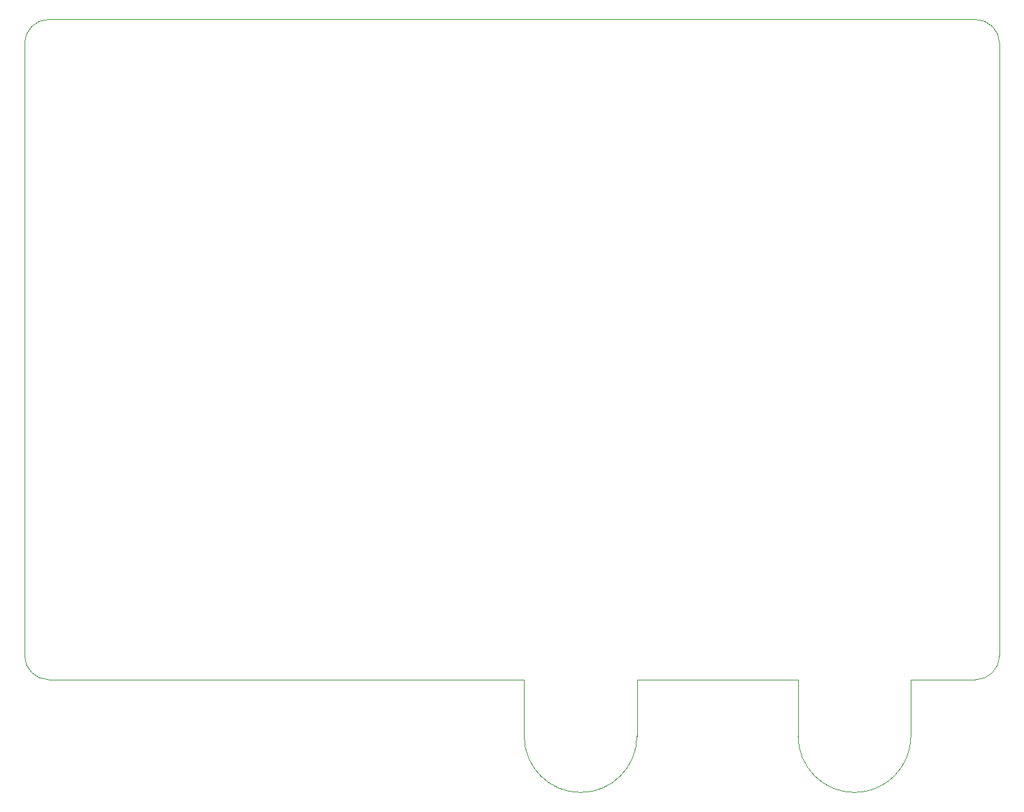
<source format=gbr>
%TF.GenerationSoftware,KiCad,Pcbnew,(5.1.7)-1*%
%TF.CreationDate,2021-03-06T18:12:56-08:00*%
%TF.ProjectId,eskate_bms,65736b61-7465-45f6-926d-732e6b696361,rev?*%
%TF.SameCoordinates,Original*%
%TF.FileFunction,Profile,NP*%
%FSLAX46Y46*%
G04 Gerber Fmt 4.6, Leading zero omitted, Abs format (unit mm)*
G04 Created by KiCad (PCBNEW (5.1.7)-1) date 2021-03-06 18:12:56*
%MOMM*%
%LPD*%
G01*
G04 APERTURE LIST*
%TA.AperFunction,Profile*%
%ADD10C,0.050000*%
%TD*%
G04 APERTURE END LIST*
D10*
X119000000Y-18000000D02*
G75*
G02*
X122000000Y-15000000I3000000J0D01*
G01*
X237000000Y-15000000D02*
G75*
G02*
X240000000Y-18000000I0J-3000000D01*
G01*
X240000000Y-94000000D02*
G75*
G02*
X237000000Y-97000000I-3000000J0D01*
G01*
X122000000Y-97000000D02*
G75*
G02*
X119000000Y-94000000I0J3000000D01*
G01*
X229000000Y-97000000D02*
X237000000Y-97000000D01*
X229000000Y-104000000D02*
X229000000Y-97000000D01*
X229000000Y-104000000D02*
G75*
G02*
X215000000Y-104000000I-7000000J0D01*
G01*
X215000000Y-97000000D02*
X215000000Y-104000000D01*
X195000000Y-97000000D02*
X215000000Y-97000000D01*
X195000000Y-104000000D02*
X195000000Y-97000000D01*
X195000000Y-104000000D02*
G75*
G02*
X181000000Y-104000000I-7000000J0D01*
G01*
X181000000Y-97000000D02*
X181000000Y-104000000D01*
X181000000Y-97000000D02*
X122000000Y-97000000D01*
X240000000Y-18000000D02*
X240000000Y-94000000D01*
X122000000Y-15000000D02*
X237000000Y-15000000D01*
X119000000Y-94000000D02*
X119000000Y-18000000D01*
M02*

</source>
